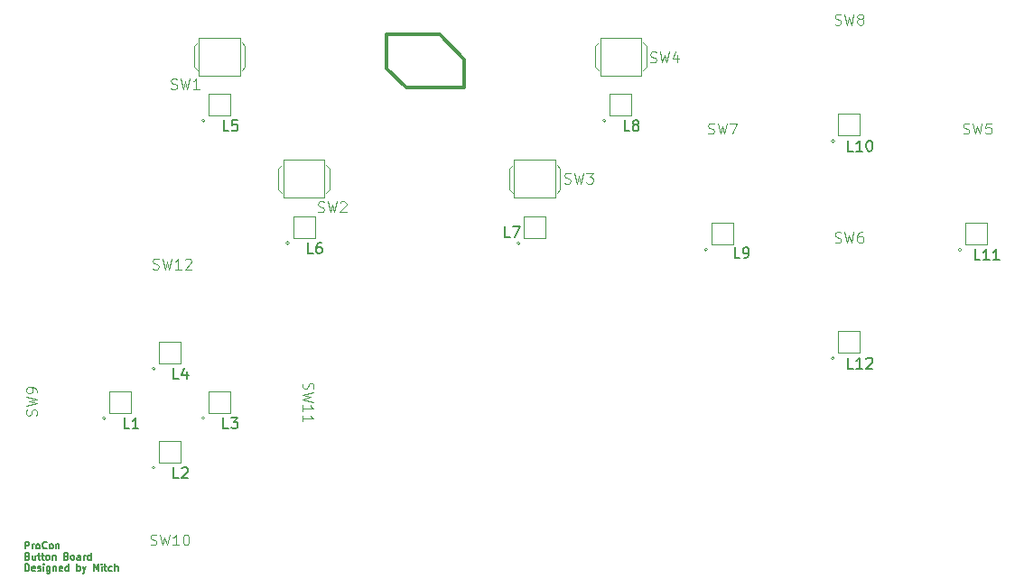
<source format=gbr>
G04 #@! TF.GenerationSoftware,KiCad,Pcbnew,7.0.6*
G04 #@! TF.CreationDate,2023-12-22T13:42:26-08:00*
G04 #@! TF.ProjectId,procon_button_board,70726f63-6f6e-45f6-9275-74746f6e5f62,rev?*
G04 #@! TF.SameCoordinates,Original*
G04 #@! TF.FileFunction,Legend,Top*
G04 #@! TF.FilePolarity,Positive*
%FSLAX46Y46*%
G04 Gerber Fmt 4.6, Leading zero omitted, Abs format (unit mm)*
G04 Created by KiCad (PCBNEW 7.0.6) date 2023-12-22 13:42:26*
%MOMM*%
%LPD*%
G01*
G04 APERTURE LIST*
%ADD10C,0.150000*%
%ADD11C,0.100000*%
%ADD12C,0.120000*%
%ADD13C,0.350000*%
G04 APERTURE END LIST*
D10*
X105917445Y-164189652D02*
X105917445Y-163539652D01*
X105917445Y-163539652D02*
X106165064Y-163539652D01*
X106165064Y-163539652D02*
X106226969Y-163570604D01*
X106226969Y-163570604D02*
X106257922Y-163601557D01*
X106257922Y-163601557D02*
X106288874Y-163663461D01*
X106288874Y-163663461D02*
X106288874Y-163756319D01*
X106288874Y-163756319D02*
X106257922Y-163818223D01*
X106257922Y-163818223D02*
X106226969Y-163849176D01*
X106226969Y-163849176D02*
X106165064Y-163880128D01*
X106165064Y-163880128D02*
X105917445Y-163880128D01*
X106567445Y-164189652D02*
X106567445Y-163756319D01*
X106567445Y-163880128D02*
X106598398Y-163818223D01*
X106598398Y-163818223D02*
X106629350Y-163787271D01*
X106629350Y-163787271D02*
X106691255Y-163756319D01*
X106691255Y-163756319D02*
X106753160Y-163756319D01*
X107062684Y-164189652D02*
X107000779Y-164158700D01*
X107000779Y-164158700D02*
X106969826Y-164127747D01*
X106969826Y-164127747D02*
X106938874Y-164065842D01*
X106938874Y-164065842D02*
X106938874Y-163880128D01*
X106938874Y-163880128D02*
X106969826Y-163818223D01*
X106969826Y-163818223D02*
X107000779Y-163787271D01*
X107000779Y-163787271D02*
X107062684Y-163756319D01*
X107062684Y-163756319D02*
X107155541Y-163756319D01*
X107155541Y-163756319D02*
X107217445Y-163787271D01*
X107217445Y-163787271D02*
X107248398Y-163818223D01*
X107248398Y-163818223D02*
X107279350Y-163880128D01*
X107279350Y-163880128D02*
X107279350Y-164065842D01*
X107279350Y-164065842D02*
X107248398Y-164127747D01*
X107248398Y-164127747D02*
X107217445Y-164158700D01*
X107217445Y-164158700D02*
X107155541Y-164189652D01*
X107155541Y-164189652D02*
X107062684Y-164189652D01*
X107929350Y-164127747D02*
X107898398Y-164158700D01*
X107898398Y-164158700D02*
X107805540Y-164189652D01*
X107805540Y-164189652D02*
X107743636Y-164189652D01*
X107743636Y-164189652D02*
X107650779Y-164158700D01*
X107650779Y-164158700D02*
X107588874Y-164096795D01*
X107588874Y-164096795D02*
X107557921Y-164034890D01*
X107557921Y-164034890D02*
X107526969Y-163911080D01*
X107526969Y-163911080D02*
X107526969Y-163818223D01*
X107526969Y-163818223D02*
X107557921Y-163694414D01*
X107557921Y-163694414D02*
X107588874Y-163632509D01*
X107588874Y-163632509D02*
X107650779Y-163570604D01*
X107650779Y-163570604D02*
X107743636Y-163539652D01*
X107743636Y-163539652D02*
X107805540Y-163539652D01*
X107805540Y-163539652D02*
X107898398Y-163570604D01*
X107898398Y-163570604D02*
X107929350Y-163601557D01*
X108300779Y-164189652D02*
X108238874Y-164158700D01*
X108238874Y-164158700D02*
X108207921Y-164127747D01*
X108207921Y-164127747D02*
X108176969Y-164065842D01*
X108176969Y-164065842D02*
X108176969Y-163880128D01*
X108176969Y-163880128D02*
X108207921Y-163818223D01*
X108207921Y-163818223D02*
X108238874Y-163787271D01*
X108238874Y-163787271D02*
X108300779Y-163756319D01*
X108300779Y-163756319D02*
X108393636Y-163756319D01*
X108393636Y-163756319D02*
X108455540Y-163787271D01*
X108455540Y-163787271D02*
X108486493Y-163818223D01*
X108486493Y-163818223D02*
X108517445Y-163880128D01*
X108517445Y-163880128D02*
X108517445Y-164065842D01*
X108517445Y-164065842D02*
X108486493Y-164127747D01*
X108486493Y-164127747D02*
X108455540Y-164158700D01*
X108455540Y-164158700D02*
X108393636Y-164189652D01*
X108393636Y-164189652D02*
X108300779Y-164189652D01*
X108796016Y-163756319D02*
X108796016Y-164189652D01*
X108796016Y-163818223D02*
X108826969Y-163787271D01*
X108826969Y-163787271D02*
X108888874Y-163756319D01*
X108888874Y-163756319D02*
X108981731Y-163756319D01*
X108981731Y-163756319D02*
X109043635Y-163787271D01*
X109043635Y-163787271D02*
X109074588Y-163849176D01*
X109074588Y-163849176D02*
X109074588Y-164189652D01*
X106134112Y-164895676D02*
X106226969Y-164926628D01*
X106226969Y-164926628D02*
X106257922Y-164957580D01*
X106257922Y-164957580D02*
X106288874Y-165019485D01*
X106288874Y-165019485D02*
X106288874Y-165112342D01*
X106288874Y-165112342D02*
X106257922Y-165174247D01*
X106257922Y-165174247D02*
X106226969Y-165205200D01*
X106226969Y-165205200D02*
X106165064Y-165236152D01*
X106165064Y-165236152D02*
X105917445Y-165236152D01*
X105917445Y-165236152D02*
X105917445Y-164586152D01*
X105917445Y-164586152D02*
X106134112Y-164586152D01*
X106134112Y-164586152D02*
X106196017Y-164617104D01*
X106196017Y-164617104D02*
X106226969Y-164648057D01*
X106226969Y-164648057D02*
X106257922Y-164709961D01*
X106257922Y-164709961D02*
X106257922Y-164771866D01*
X106257922Y-164771866D02*
X106226969Y-164833771D01*
X106226969Y-164833771D02*
X106196017Y-164864723D01*
X106196017Y-164864723D02*
X106134112Y-164895676D01*
X106134112Y-164895676D02*
X105917445Y-164895676D01*
X106846017Y-164802819D02*
X106846017Y-165236152D01*
X106567445Y-164802819D02*
X106567445Y-165143295D01*
X106567445Y-165143295D02*
X106598398Y-165205200D01*
X106598398Y-165205200D02*
X106660303Y-165236152D01*
X106660303Y-165236152D02*
X106753160Y-165236152D01*
X106753160Y-165236152D02*
X106815064Y-165205200D01*
X106815064Y-165205200D02*
X106846017Y-165174247D01*
X107062683Y-164802819D02*
X107310302Y-164802819D01*
X107155540Y-164586152D02*
X107155540Y-165143295D01*
X107155540Y-165143295D02*
X107186493Y-165205200D01*
X107186493Y-165205200D02*
X107248398Y-165236152D01*
X107248398Y-165236152D02*
X107310302Y-165236152D01*
X107434112Y-164802819D02*
X107681731Y-164802819D01*
X107526969Y-164586152D02*
X107526969Y-165143295D01*
X107526969Y-165143295D02*
X107557922Y-165205200D01*
X107557922Y-165205200D02*
X107619827Y-165236152D01*
X107619827Y-165236152D02*
X107681731Y-165236152D01*
X107991256Y-165236152D02*
X107929351Y-165205200D01*
X107929351Y-165205200D02*
X107898398Y-165174247D01*
X107898398Y-165174247D02*
X107867446Y-165112342D01*
X107867446Y-165112342D02*
X107867446Y-164926628D01*
X107867446Y-164926628D02*
X107898398Y-164864723D01*
X107898398Y-164864723D02*
X107929351Y-164833771D01*
X107929351Y-164833771D02*
X107991256Y-164802819D01*
X107991256Y-164802819D02*
X108084113Y-164802819D01*
X108084113Y-164802819D02*
X108146017Y-164833771D01*
X108146017Y-164833771D02*
X108176970Y-164864723D01*
X108176970Y-164864723D02*
X108207922Y-164926628D01*
X108207922Y-164926628D02*
X108207922Y-165112342D01*
X108207922Y-165112342D02*
X108176970Y-165174247D01*
X108176970Y-165174247D02*
X108146017Y-165205200D01*
X108146017Y-165205200D02*
X108084113Y-165236152D01*
X108084113Y-165236152D02*
X107991256Y-165236152D01*
X108486493Y-164802819D02*
X108486493Y-165236152D01*
X108486493Y-164864723D02*
X108517446Y-164833771D01*
X108517446Y-164833771D02*
X108579351Y-164802819D01*
X108579351Y-164802819D02*
X108672208Y-164802819D01*
X108672208Y-164802819D02*
X108734112Y-164833771D01*
X108734112Y-164833771D02*
X108765065Y-164895676D01*
X108765065Y-164895676D02*
X108765065Y-165236152D01*
X109786493Y-164895676D02*
X109879350Y-164926628D01*
X109879350Y-164926628D02*
X109910303Y-164957580D01*
X109910303Y-164957580D02*
X109941255Y-165019485D01*
X109941255Y-165019485D02*
X109941255Y-165112342D01*
X109941255Y-165112342D02*
X109910303Y-165174247D01*
X109910303Y-165174247D02*
X109879350Y-165205200D01*
X109879350Y-165205200D02*
X109817445Y-165236152D01*
X109817445Y-165236152D02*
X109569826Y-165236152D01*
X109569826Y-165236152D02*
X109569826Y-164586152D01*
X109569826Y-164586152D02*
X109786493Y-164586152D01*
X109786493Y-164586152D02*
X109848398Y-164617104D01*
X109848398Y-164617104D02*
X109879350Y-164648057D01*
X109879350Y-164648057D02*
X109910303Y-164709961D01*
X109910303Y-164709961D02*
X109910303Y-164771866D01*
X109910303Y-164771866D02*
X109879350Y-164833771D01*
X109879350Y-164833771D02*
X109848398Y-164864723D01*
X109848398Y-164864723D02*
X109786493Y-164895676D01*
X109786493Y-164895676D02*
X109569826Y-164895676D01*
X110312684Y-165236152D02*
X110250779Y-165205200D01*
X110250779Y-165205200D02*
X110219826Y-165174247D01*
X110219826Y-165174247D02*
X110188874Y-165112342D01*
X110188874Y-165112342D02*
X110188874Y-164926628D01*
X110188874Y-164926628D02*
X110219826Y-164864723D01*
X110219826Y-164864723D02*
X110250779Y-164833771D01*
X110250779Y-164833771D02*
X110312684Y-164802819D01*
X110312684Y-164802819D02*
X110405541Y-164802819D01*
X110405541Y-164802819D02*
X110467445Y-164833771D01*
X110467445Y-164833771D02*
X110498398Y-164864723D01*
X110498398Y-164864723D02*
X110529350Y-164926628D01*
X110529350Y-164926628D02*
X110529350Y-165112342D01*
X110529350Y-165112342D02*
X110498398Y-165174247D01*
X110498398Y-165174247D02*
X110467445Y-165205200D01*
X110467445Y-165205200D02*
X110405541Y-165236152D01*
X110405541Y-165236152D02*
X110312684Y-165236152D01*
X111086493Y-165236152D02*
X111086493Y-164895676D01*
X111086493Y-164895676D02*
X111055540Y-164833771D01*
X111055540Y-164833771D02*
X110993636Y-164802819D01*
X110993636Y-164802819D02*
X110869826Y-164802819D01*
X110869826Y-164802819D02*
X110807921Y-164833771D01*
X111086493Y-165205200D02*
X111024588Y-165236152D01*
X111024588Y-165236152D02*
X110869826Y-165236152D01*
X110869826Y-165236152D02*
X110807921Y-165205200D01*
X110807921Y-165205200D02*
X110776969Y-165143295D01*
X110776969Y-165143295D02*
X110776969Y-165081390D01*
X110776969Y-165081390D02*
X110807921Y-165019485D01*
X110807921Y-165019485D02*
X110869826Y-164988533D01*
X110869826Y-164988533D02*
X111024588Y-164988533D01*
X111024588Y-164988533D02*
X111086493Y-164957580D01*
X111396016Y-165236152D02*
X111396016Y-164802819D01*
X111396016Y-164926628D02*
X111426969Y-164864723D01*
X111426969Y-164864723D02*
X111457921Y-164833771D01*
X111457921Y-164833771D02*
X111519826Y-164802819D01*
X111519826Y-164802819D02*
X111581731Y-164802819D01*
X112076969Y-165236152D02*
X112076969Y-164586152D01*
X112076969Y-165205200D02*
X112015064Y-165236152D01*
X112015064Y-165236152D02*
X111891255Y-165236152D01*
X111891255Y-165236152D02*
X111829350Y-165205200D01*
X111829350Y-165205200D02*
X111798397Y-165174247D01*
X111798397Y-165174247D02*
X111767445Y-165112342D01*
X111767445Y-165112342D02*
X111767445Y-164926628D01*
X111767445Y-164926628D02*
X111798397Y-164864723D01*
X111798397Y-164864723D02*
X111829350Y-164833771D01*
X111829350Y-164833771D02*
X111891255Y-164802819D01*
X111891255Y-164802819D02*
X112015064Y-164802819D01*
X112015064Y-164802819D02*
X112076969Y-164833771D01*
X105917445Y-166282652D02*
X105917445Y-165632652D01*
X105917445Y-165632652D02*
X106072207Y-165632652D01*
X106072207Y-165632652D02*
X106165064Y-165663604D01*
X106165064Y-165663604D02*
X106226969Y-165725509D01*
X106226969Y-165725509D02*
X106257922Y-165787414D01*
X106257922Y-165787414D02*
X106288874Y-165911223D01*
X106288874Y-165911223D02*
X106288874Y-166004080D01*
X106288874Y-166004080D02*
X106257922Y-166127890D01*
X106257922Y-166127890D02*
X106226969Y-166189795D01*
X106226969Y-166189795D02*
X106165064Y-166251700D01*
X106165064Y-166251700D02*
X106072207Y-166282652D01*
X106072207Y-166282652D02*
X105917445Y-166282652D01*
X106815064Y-166251700D02*
X106753160Y-166282652D01*
X106753160Y-166282652D02*
X106629350Y-166282652D01*
X106629350Y-166282652D02*
X106567445Y-166251700D01*
X106567445Y-166251700D02*
X106536493Y-166189795D01*
X106536493Y-166189795D02*
X106536493Y-165942176D01*
X106536493Y-165942176D02*
X106567445Y-165880271D01*
X106567445Y-165880271D02*
X106629350Y-165849319D01*
X106629350Y-165849319D02*
X106753160Y-165849319D01*
X106753160Y-165849319D02*
X106815064Y-165880271D01*
X106815064Y-165880271D02*
X106846017Y-165942176D01*
X106846017Y-165942176D02*
X106846017Y-166004080D01*
X106846017Y-166004080D02*
X106536493Y-166065985D01*
X107093636Y-166251700D02*
X107155541Y-166282652D01*
X107155541Y-166282652D02*
X107279350Y-166282652D01*
X107279350Y-166282652D02*
X107341255Y-166251700D01*
X107341255Y-166251700D02*
X107372207Y-166189795D01*
X107372207Y-166189795D02*
X107372207Y-166158842D01*
X107372207Y-166158842D02*
X107341255Y-166096938D01*
X107341255Y-166096938D02*
X107279350Y-166065985D01*
X107279350Y-166065985D02*
X107186493Y-166065985D01*
X107186493Y-166065985D02*
X107124588Y-166035033D01*
X107124588Y-166035033D02*
X107093636Y-165973128D01*
X107093636Y-165973128D02*
X107093636Y-165942176D01*
X107093636Y-165942176D02*
X107124588Y-165880271D01*
X107124588Y-165880271D02*
X107186493Y-165849319D01*
X107186493Y-165849319D02*
X107279350Y-165849319D01*
X107279350Y-165849319D02*
X107341255Y-165880271D01*
X107650778Y-166282652D02*
X107650778Y-165849319D01*
X107650778Y-165632652D02*
X107619826Y-165663604D01*
X107619826Y-165663604D02*
X107650778Y-165694557D01*
X107650778Y-165694557D02*
X107681731Y-165663604D01*
X107681731Y-165663604D02*
X107650778Y-165632652D01*
X107650778Y-165632652D02*
X107650778Y-165694557D01*
X108238874Y-165849319D02*
X108238874Y-166375509D01*
X108238874Y-166375509D02*
X108207921Y-166437414D01*
X108207921Y-166437414D02*
X108176969Y-166468366D01*
X108176969Y-166468366D02*
X108115064Y-166499319D01*
X108115064Y-166499319D02*
X108022207Y-166499319D01*
X108022207Y-166499319D02*
X107960302Y-166468366D01*
X108238874Y-166251700D02*
X108176969Y-166282652D01*
X108176969Y-166282652D02*
X108053160Y-166282652D01*
X108053160Y-166282652D02*
X107991255Y-166251700D01*
X107991255Y-166251700D02*
X107960302Y-166220747D01*
X107960302Y-166220747D02*
X107929350Y-166158842D01*
X107929350Y-166158842D02*
X107929350Y-165973128D01*
X107929350Y-165973128D02*
X107960302Y-165911223D01*
X107960302Y-165911223D02*
X107991255Y-165880271D01*
X107991255Y-165880271D02*
X108053160Y-165849319D01*
X108053160Y-165849319D02*
X108176969Y-165849319D01*
X108176969Y-165849319D02*
X108238874Y-165880271D01*
X108548397Y-165849319D02*
X108548397Y-166282652D01*
X108548397Y-165911223D02*
X108579350Y-165880271D01*
X108579350Y-165880271D02*
X108641255Y-165849319D01*
X108641255Y-165849319D02*
X108734112Y-165849319D01*
X108734112Y-165849319D02*
X108796016Y-165880271D01*
X108796016Y-165880271D02*
X108826969Y-165942176D01*
X108826969Y-165942176D02*
X108826969Y-166282652D01*
X109384111Y-166251700D02*
X109322207Y-166282652D01*
X109322207Y-166282652D02*
X109198397Y-166282652D01*
X109198397Y-166282652D02*
X109136492Y-166251700D01*
X109136492Y-166251700D02*
X109105540Y-166189795D01*
X109105540Y-166189795D02*
X109105540Y-165942176D01*
X109105540Y-165942176D02*
X109136492Y-165880271D01*
X109136492Y-165880271D02*
X109198397Y-165849319D01*
X109198397Y-165849319D02*
X109322207Y-165849319D01*
X109322207Y-165849319D02*
X109384111Y-165880271D01*
X109384111Y-165880271D02*
X109415064Y-165942176D01*
X109415064Y-165942176D02*
X109415064Y-166004080D01*
X109415064Y-166004080D02*
X109105540Y-166065985D01*
X109972207Y-166282652D02*
X109972207Y-165632652D01*
X109972207Y-166251700D02*
X109910302Y-166282652D01*
X109910302Y-166282652D02*
X109786493Y-166282652D01*
X109786493Y-166282652D02*
X109724588Y-166251700D01*
X109724588Y-166251700D02*
X109693635Y-166220747D01*
X109693635Y-166220747D02*
X109662683Y-166158842D01*
X109662683Y-166158842D02*
X109662683Y-165973128D01*
X109662683Y-165973128D02*
X109693635Y-165911223D01*
X109693635Y-165911223D02*
X109724588Y-165880271D01*
X109724588Y-165880271D02*
X109786493Y-165849319D01*
X109786493Y-165849319D02*
X109910302Y-165849319D01*
X109910302Y-165849319D02*
X109972207Y-165880271D01*
X110776968Y-166282652D02*
X110776968Y-165632652D01*
X110776968Y-165880271D02*
X110838873Y-165849319D01*
X110838873Y-165849319D02*
X110962683Y-165849319D01*
X110962683Y-165849319D02*
X111024587Y-165880271D01*
X111024587Y-165880271D02*
X111055540Y-165911223D01*
X111055540Y-165911223D02*
X111086492Y-165973128D01*
X111086492Y-165973128D02*
X111086492Y-166158842D01*
X111086492Y-166158842D02*
X111055540Y-166220747D01*
X111055540Y-166220747D02*
X111024587Y-166251700D01*
X111024587Y-166251700D02*
X110962683Y-166282652D01*
X110962683Y-166282652D02*
X110838873Y-166282652D01*
X110838873Y-166282652D02*
X110776968Y-166251700D01*
X111303159Y-165849319D02*
X111457921Y-166282652D01*
X111612682Y-165849319D02*
X111457921Y-166282652D01*
X111457921Y-166282652D02*
X111396016Y-166437414D01*
X111396016Y-166437414D02*
X111365063Y-166468366D01*
X111365063Y-166468366D02*
X111303159Y-166499319D01*
X112355539Y-166282652D02*
X112355539Y-165632652D01*
X112355539Y-165632652D02*
X112572206Y-166096938D01*
X112572206Y-166096938D02*
X112788873Y-165632652D01*
X112788873Y-165632652D02*
X112788873Y-166282652D01*
X113098396Y-166282652D02*
X113098396Y-165849319D01*
X113098396Y-165632652D02*
X113067444Y-165663604D01*
X113067444Y-165663604D02*
X113098396Y-165694557D01*
X113098396Y-165694557D02*
X113129349Y-165663604D01*
X113129349Y-165663604D02*
X113098396Y-165632652D01*
X113098396Y-165632652D02*
X113098396Y-165694557D01*
X113315063Y-165849319D02*
X113562682Y-165849319D01*
X113407920Y-165632652D02*
X113407920Y-166189795D01*
X113407920Y-166189795D02*
X113438873Y-166251700D01*
X113438873Y-166251700D02*
X113500778Y-166282652D01*
X113500778Y-166282652D02*
X113562682Y-166282652D01*
X114057921Y-166251700D02*
X113996016Y-166282652D01*
X113996016Y-166282652D02*
X113872207Y-166282652D01*
X113872207Y-166282652D02*
X113810302Y-166251700D01*
X113810302Y-166251700D02*
X113779349Y-166220747D01*
X113779349Y-166220747D02*
X113748397Y-166158842D01*
X113748397Y-166158842D02*
X113748397Y-165973128D01*
X113748397Y-165973128D02*
X113779349Y-165911223D01*
X113779349Y-165911223D02*
X113810302Y-165880271D01*
X113810302Y-165880271D02*
X113872207Y-165849319D01*
X113872207Y-165849319D02*
X113996016Y-165849319D01*
X113996016Y-165849319D02*
X114057921Y-165880271D01*
X114336492Y-166282652D02*
X114336492Y-165632652D01*
X114615064Y-166282652D02*
X114615064Y-165942176D01*
X114615064Y-165942176D02*
X114584111Y-165880271D01*
X114584111Y-165880271D02*
X114522207Y-165849319D01*
X114522207Y-165849319D02*
X114429350Y-165849319D01*
X114429350Y-165849319D02*
X114367445Y-165880271D01*
X114367445Y-165880271D02*
X114336492Y-165911223D01*
D11*
X164510667Y-118503800D02*
X164653524Y-118551419D01*
X164653524Y-118551419D02*
X164891619Y-118551419D01*
X164891619Y-118551419D02*
X164986857Y-118503800D01*
X164986857Y-118503800D02*
X165034476Y-118456180D01*
X165034476Y-118456180D02*
X165082095Y-118360942D01*
X165082095Y-118360942D02*
X165082095Y-118265704D01*
X165082095Y-118265704D02*
X165034476Y-118170466D01*
X165034476Y-118170466D02*
X164986857Y-118122847D01*
X164986857Y-118122847D02*
X164891619Y-118075228D01*
X164891619Y-118075228D02*
X164701143Y-118027609D01*
X164701143Y-118027609D02*
X164605905Y-117979990D01*
X164605905Y-117979990D02*
X164558286Y-117932371D01*
X164558286Y-117932371D02*
X164510667Y-117837133D01*
X164510667Y-117837133D02*
X164510667Y-117741895D01*
X164510667Y-117741895D02*
X164558286Y-117646657D01*
X164558286Y-117646657D02*
X164605905Y-117599038D01*
X164605905Y-117599038D02*
X164701143Y-117551419D01*
X164701143Y-117551419D02*
X164939238Y-117551419D01*
X164939238Y-117551419D02*
X165082095Y-117599038D01*
X165415429Y-117551419D02*
X165653524Y-118551419D01*
X165653524Y-118551419D02*
X165844000Y-117837133D01*
X165844000Y-117837133D02*
X166034476Y-118551419D01*
X166034476Y-118551419D02*
X166272572Y-117551419D01*
X167082095Y-117884752D02*
X167082095Y-118551419D01*
X166844000Y-117503800D02*
X166605905Y-118218085D01*
X166605905Y-118218085D02*
X167224952Y-118218085D01*
X133360667Y-132553800D02*
X133503524Y-132601419D01*
X133503524Y-132601419D02*
X133741619Y-132601419D01*
X133741619Y-132601419D02*
X133836857Y-132553800D01*
X133836857Y-132553800D02*
X133884476Y-132506180D01*
X133884476Y-132506180D02*
X133932095Y-132410942D01*
X133932095Y-132410942D02*
X133932095Y-132315704D01*
X133932095Y-132315704D02*
X133884476Y-132220466D01*
X133884476Y-132220466D02*
X133836857Y-132172847D01*
X133836857Y-132172847D02*
X133741619Y-132125228D01*
X133741619Y-132125228D02*
X133551143Y-132077609D01*
X133551143Y-132077609D02*
X133455905Y-132029990D01*
X133455905Y-132029990D02*
X133408286Y-131982371D01*
X133408286Y-131982371D02*
X133360667Y-131887133D01*
X133360667Y-131887133D02*
X133360667Y-131791895D01*
X133360667Y-131791895D02*
X133408286Y-131696657D01*
X133408286Y-131696657D02*
X133455905Y-131649038D01*
X133455905Y-131649038D02*
X133551143Y-131601419D01*
X133551143Y-131601419D02*
X133789238Y-131601419D01*
X133789238Y-131601419D02*
X133932095Y-131649038D01*
X134265429Y-131601419D02*
X134503524Y-132601419D01*
X134503524Y-132601419D02*
X134694000Y-131887133D01*
X134694000Y-131887133D02*
X134884476Y-132601419D01*
X134884476Y-132601419D02*
X135122572Y-131601419D01*
X135455905Y-131696657D02*
X135503524Y-131649038D01*
X135503524Y-131649038D02*
X135598762Y-131601419D01*
X135598762Y-131601419D02*
X135836857Y-131601419D01*
X135836857Y-131601419D02*
X135932095Y-131649038D01*
X135932095Y-131649038D02*
X135979714Y-131696657D01*
X135979714Y-131696657D02*
X136027333Y-131791895D01*
X136027333Y-131791895D02*
X136027333Y-131887133D01*
X136027333Y-131887133D02*
X135979714Y-132029990D01*
X135979714Y-132029990D02*
X135408286Y-132601419D01*
X135408286Y-132601419D02*
X136027333Y-132601419D01*
D10*
X132897333Y-136472819D02*
X132421143Y-136472819D01*
X132421143Y-136472819D02*
X132421143Y-135472819D01*
X133659238Y-135472819D02*
X133468762Y-135472819D01*
X133468762Y-135472819D02*
X133373524Y-135520438D01*
X133373524Y-135520438D02*
X133325905Y-135568057D01*
X133325905Y-135568057D02*
X133230667Y-135710914D01*
X133230667Y-135710914D02*
X133183048Y-135901390D01*
X133183048Y-135901390D02*
X133183048Y-136282342D01*
X133183048Y-136282342D02*
X133230667Y-136377580D01*
X133230667Y-136377580D02*
X133278286Y-136425200D01*
X133278286Y-136425200D02*
X133373524Y-136472819D01*
X133373524Y-136472819D02*
X133564000Y-136472819D01*
X133564000Y-136472819D02*
X133659238Y-136425200D01*
X133659238Y-136425200D02*
X133706857Y-136377580D01*
X133706857Y-136377580D02*
X133754476Y-136282342D01*
X133754476Y-136282342D02*
X133754476Y-136044247D01*
X133754476Y-136044247D02*
X133706857Y-135949009D01*
X133706857Y-135949009D02*
X133659238Y-135901390D01*
X133659238Y-135901390D02*
X133564000Y-135853771D01*
X133564000Y-135853771D02*
X133373524Y-135853771D01*
X133373524Y-135853771D02*
X133278286Y-135901390D01*
X133278286Y-135901390D02*
X133230667Y-135949009D01*
X133230667Y-135949009D02*
X133183048Y-136044247D01*
D11*
X119585667Y-121003800D02*
X119728524Y-121051419D01*
X119728524Y-121051419D02*
X119966619Y-121051419D01*
X119966619Y-121051419D02*
X120061857Y-121003800D01*
X120061857Y-121003800D02*
X120109476Y-120956180D01*
X120109476Y-120956180D02*
X120157095Y-120860942D01*
X120157095Y-120860942D02*
X120157095Y-120765704D01*
X120157095Y-120765704D02*
X120109476Y-120670466D01*
X120109476Y-120670466D02*
X120061857Y-120622847D01*
X120061857Y-120622847D02*
X119966619Y-120575228D01*
X119966619Y-120575228D02*
X119776143Y-120527609D01*
X119776143Y-120527609D02*
X119680905Y-120479990D01*
X119680905Y-120479990D02*
X119633286Y-120432371D01*
X119633286Y-120432371D02*
X119585667Y-120337133D01*
X119585667Y-120337133D02*
X119585667Y-120241895D01*
X119585667Y-120241895D02*
X119633286Y-120146657D01*
X119633286Y-120146657D02*
X119680905Y-120099038D01*
X119680905Y-120099038D02*
X119776143Y-120051419D01*
X119776143Y-120051419D02*
X120014238Y-120051419D01*
X120014238Y-120051419D02*
X120157095Y-120099038D01*
X120490429Y-120051419D02*
X120728524Y-121051419D01*
X120728524Y-121051419D02*
X120919000Y-120337133D01*
X120919000Y-120337133D02*
X121109476Y-121051419D01*
X121109476Y-121051419D02*
X121347572Y-120051419D01*
X122252333Y-121051419D02*
X121680905Y-121051419D01*
X121966619Y-121051419D02*
X121966619Y-120051419D01*
X121966619Y-120051419D02*
X121871381Y-120194276D01*
X121871381Y-120194276D02*
X121776143Y-120289514D01*
X121776143Y-120289514D02*
X121680905Y-120337133D01*
D10*
X120327333Y-148257819D02*
X119851143Y-148257819D01*
X119851143Y-148257819D02*
X119851143Y-147257819D01*
X121089238Y-147591152D02*
X121089238Y-148257819D01*
X120851143Y-147210200D02*
X120613048Y-147924485D01*
X120613048Y-147924485D02*
X121232095Y-147924485D01*
X120327333Y-157557819D02*
X119851143Y-157557819D01*
X119851143Y-157557819D02*
X119851143Y-156557819D01*
X120613048Y-156653057D02*
X120660667Y-156605438D01*
X120660667Y-156605438D02*
X120755905Y-156557819D01*
X120755905Y-156557819D02*
X120994000Y-156557819D01*
X120994000Y-156557819D02*
X121089238Y-156605438D01*
X121089238Y-156605438D02*
X121136857Y-156653057D01*
X121136857Y-156653057D02*
X121184476Y-156748295D01*
X121184476Y-156748295D02*
X121184476Y-156843533D01*
X121184476Y-156843533D02*
X121136857Y-156986390D01*
X121136857Y-156986390D02*
X120565429Y-157557819D01*
X120565429Y-157557819D02*
X121184476Y-157557819D01*
X183551142Y-147282819D02*
X183074952Y-147282819D01*
X183074952Y-147282819D02*
X183074952Y-146282819D01*
X184408285Y-147282819D02*
X183836857Y-147282819D01*
X184122571Y-147282819D02*
X184122571Y-146282819D01*
X184122571Y-146282819D02*
X184027333Y-146425676D01*
X184027333Y-146425676D02*
X183932095Y-146520914D01*
X183932095Y-146520914D02*
X183836857Y-146568533D01*
X184789238Y-146378057D02*
X184836857Y-146330438D01*
X184836857Y-146330438D02*
X184932095Y-146282819D01*
X184932095Y-146282819D02*
X185170190Y-146282819D01*
X185170190Y-146282819D02*
X185265428Y-146330438D01*
X185265428Y-146330438D02*
X185313047Y-146378057D01*
X185313047Y-146378057D02*
X185360666Y-146473295D01*
X185360666Y-146473295D02*
X185360666Y-146568533D01*
X185360666Y-146568533D02*
X185313047Y-146711390D01*
X185313047Y-146711390D02*
X184741619Y-147282819D01*
X184741619Y-147282819D02*
X185360666Y-147282819D01*
X124997333Y-124972819D02*
X124521143Y-124972819D01*
X124521143Y-124972819D02*
X124521143Y-123972819D01*
X125806857Y-123972819D02*
X125330667Y-123972819D01*
X125330667Y-123972819D02*
X125283048Y-124449009D01*
X125283048Y-124449009D02*
X125330667Y-124401390D01*
X125330667Y-124401390D02*
X125425905Y-124353771D01*
X125425905Y-124353771D02*
X125664000Y-124353771D01*
X125664000Y-124353771D02*
X125759238Y-124401390D01*
X125759238Y-124401390D02*
X125806857Y-124449009D01*
X125806857Y-124449009D02*
X125854476Y-124544247D01*
X125854476Y-124544247D02*
X125854476Y-124782342D01*
X125854476Y-124782342D02*
X125806857Y-124877580D01*
X125806857Y-124877580D02*
X125759238Y-124925200D01*
X125759238Y-124925200D02*
X125664000Y-124972819D01*
X125664000Y-124972819D02*
X125425905Y-124972819D01*
X125425905Y-124972819D02*
X125330667Y-124925200D01*
X125330667Y-124925200D02*
X125283048Y-124877580D01*
X172927333Y-136898819D02*
X172451143Y-136898819D01*
X172451143Y-136898819D02*
X172451143Y-135898819D01*
X173308286Y-136898819D02*
X173498762Y-136898819D01*
X173498762Y-136898819D02*
X173594000Y-136851200D01*
X173594000Y-136851200D02*
X173641619Y-136803580D01*
X173641619Y-136803580D02*
X173736857Y-136660723D01*
X173736857Y-136660723D02*
X173784476Y-136470247D01*
X173784476Y-136470247D02*
X173784476Y-136089295D01*
X173784476Y-136089295D02*
X173736857Y-135994057D01*
X173736857Y-135994057D02*
X173689238Y-135946438D01*
X173689238Y-135946438D02*
X173594000Y-135898819D01*
X173594000Y-135898819D02*
X173403524Y-135898819D01*
X173403524Y-135898819D02*
X173308286Y-135946438D01*
X173308286Y-135946438D02*
X173260667Y-135994057D01*
X173260667Y-135994057D02*
X173213048Y-136089295D01*
X173213048Y-136089295D02*
X173213048Y-136327390D01*
X173213048Y-136327390D02*
X173260667Y-136422628D01*
X173260667Y-136422628D02*
X173308286Y-136470247D01*
X173308286Y-136470247D02*
X173403524Y-136517866D01*
X173403524Y-136517866D02*
X173594000Y-136517866D01*
X173594000Y-136517866D02*
X173689238Y-136470247D01*
X173689238Y-136470247D02*
X173736857Y-136422628D01*
X173736857Y-136422628D02*
X173784476Y-136327390D01*
D11*
X117668476Y-163820840D02*
X117811333Y-163868459D01*
X117811333Y-163868459D02*
X118049428Y-163868459D01*
X118049428Y-163868459D02*
X118144666Y-163820840D01*
X118144666Y-163820840D02*
X118192285Y-163773220D01*
X118192285Y-163773220D02*
X118239904Y-163677982D01*
X118239904Y-163677982D02*
X118239904Y-163582744D01*
X118239904Y-163582744D02*
X118192285Y-163487506D01*
X118192285Y-163487506D02*
X118144666Y-163439887D01*
X118144666Y-163439887D02*
X118049428Y-163392268D01*
X118049428Y-163392268D02*
X117858952Y-163344649D01*
X117858952Y-163344649D02*
X117763714Y-163297030D01*
X117763714Y-163297030D02*
X117716095Y-163249411D01*
X117716095Y-163249411D02*
X117668476Y-163154173D01*
X117668476Y-163154173D02*
X117668476Y-163058935D01*
X117668476Y-163058935D02*
X117716095Y-162963697D01*
X117716095Y-162963697D02*
X117763714Y-162916078D01*
X117763714Y-162916078D02*
X117858952Y-162868459D01*
X117858952Y-162868459D02*
X118097047Y-162868459D01*
X118097047Y-162868459D02*
X118239904Y-162916078D01*
X118573238Y-162868459D02*
X118811333Y-163868459D01*
X118811333Y-163868459D02*
X119001809Y-163154173D01*
X119001809Y-163154173D02*
X119192285Y-163868459D01*
X119192285Y-163868459D02*
X119430381Y-162868459D01*
X120335142Y-163868459D02*
X119763714Y-163868459D01*
X120049428Y-163868459D02*
X120049428Y-162868459D01*
X120049428Y-162868459D02*
X119954190Y-163011316D01*
X119954190Y-163011316D02*
X119858952Y-163106554D01*
X119858952Y-163106554D02*
X119763714Y-163154173D01*
X120954190Y-162868459D02*
X121049428Y-162868459D01*
X121049428Y-162868459D02*
X121144666Y-162916078D01*
X121144666Y-162916078D02*
X121192285Y-162963697D01*
X121192285Y-162963697D02*
X121239904Y-163058935D01*
X121239904Y-163058935D02*
X121287523Y-163249411D01*
X121287523Y-163249411D02*
X121287523Y-163487506D01*
X121287523Y-163487506D02*
X121239904Y-163677982D01*
X121239904Y-163677982D02*
X121192285Y-163773220D01*
X121192285Y-163773220D02*
X121144666Y-163820840D01*
X121144666Y-163820840D02*
X121049428Y-163868459D01*
X121049428Y-163868459D02*
X120954190Y-163868459D01*
X120954190Y-163868459D02*
X120858952Y-163820840D01*
X120858952Y-163820840D02*
X120811333Y-163773220D01*
X120811333Y-163773220D02*
X120763714Y-163677982D01*
X120763714Y-163677982D02*
X120716095Y-163487506D01*
X120716095Y-163487506D02*
X120716095Y-163249411D01*
X120716095Y-163249411D02*
X120763714Y-163058935D01*
X120763714Y-163058935D02*
X120811333Y-162963697D01*
X120811333Y-162963697D02*
X120858952Y-162916078D01*
X120858952Y-162916078D02*
X120954190Y-162868459D01*
D10*
X115677333Y-152907819D02*
X115201143Y-152907819D01*
X115201143Y-152907819D02*
X115201143Y-151907819D01*
X116534476Y-152907819D02*
X115963048Y-152907819D01*
X116248762Y-152907819D02*
X116248762Y-151907819D01*
X116248762Y-151907819D02*
X116153524Y-152050676D01*
X116153524Y-152050676D02*
X116058286Y-152145914D01*
X116058286Y-152145914D02*
X115963048Y-152193533D01*
X124977333Y-152907819D02*
X124501143Y-152907819D01*
X124501143Y-152907819D02*
X124501143Y-151907819D01*
X125215429Y-151907819D02*
X125834476Y-151907819D01*
X125834476Y-151907819D02*
X125501143Y-152288771D01*
X125501143Y-152288771D02*
X125644000Y-152288771D01*
X125644000Y-152288771D02*
X125739238Y-152336390D01*
X125739238Y-152336390D02*
X125786857Y-152384009D01*
X125786857Y-152384009D02*
X125834476Y-152479247D01*
X125834476Y-152479247D02*
X125834476Y-152717342D01*
X125834476Y-152717342D02*
X125786857Y-152812580D01*
X125786857Y-152812580D02*
X125739238Y-152860200D01*
X125739238Y-152860200D02*
X125644000Y-152907819D01*
X125644000Y-152907819D02*
X125358286Y-152907819D01*
X125358286Y-152907819D02*
X125263048Y-152860200D01*
X125263048Y-152860200D02*
X125215429Y-152812580D01*
X195451142Y-137082819D02*
X194974952Y-137082819D01*
X194974952Y-137082819D02*
X194974952Y-136082819D01*
X196308285Y-137082819D02*
X195736857Y-137082819D01*
X196022571Y-137082819D02*
X196022571Y-136082819D01*
X196022571Y-136082819D02*
X195927333Y-136225676D01*
X195927333Y-136225676D02*
X195832095Y-136320914D01*
X195832095Y-136320914D02*
X195736857Y-136368533D01*
X197260666Y-137082819D02*
X196689238Y-137082819D01*
X196974952Y-137082819D02*
X196974952Y-136082819D01*
X196974952Y-136082819D02*
X196879714Y-136225676D01*
X196879714Y-136225676D02*
X196784476Y-136320914D01*
X196784476Y-136320914D02*
X196689238Y-136368533D01*
X151377333Y-134923819D02*
X150901143Y-134923819D01*
X150901143Y-134923819D02*
X150901143Y-133923819D01*
X151615429Y-133923819D02*
X152282095Y-133923819D01*
X152282095Y-133923819D02*
X151853524Y-134923819D01*
D11*
X169944667Y-125201900D02*
X170087524Y-125249519D01*
X170087524Y-125249519D02*
X170325619Y-125249519D01*
X170325619Y-125249519D02*
X170420857Y-125201900D01*
X170420857Y-125201900D02*
X170468476Y-125154280D01*
X170468476Y-125154280D02*
X170516095Y-125059042D01*
X170516095Y-125059042D02*
X170516095Y-124963804D01*
X170516095Y-124963804D02*
X170468476Y-124868566D01*
X170468476Y-124868566D02*
X170420857Y-124820947D01*
X170420857Y-124820947D02*
X170325619Y-124773328D01*
X170325619Y-124773328D02*
X170135143Y-124725709D01*
X170135143Y-124725709D02*
X170039905Y-124678090D01*
X170039905Y-124678090D02*
X169992286Y-124630471D01*
X169992286Y-124630471D02*
X169944667Y-124535233D01*
X169944667Y-124535233D02*
X169944667Y-124439995D01*
X169944667Y-124439995D02*
X169992286Y-124344757D01*
X169992286Y-124344757D02*
X170039905Y-124297138D01*
X170039905Y-124297138D02*
X170135143Y-124249519D01*
X170135143Y-124249519D02*
X170373238Y-124249519D01*
X170373238Y-124249519D02*
X170516095Y-124297138D01*
X170849429Y-124249519D02*
X171087524Y-125249519D01*
X171087524Y-125249519D02*
X171278000Y-124535233D01*
X171278000Y-124535233D02*
X171468476Y-125249519D01*
X171468476Y-125249519D02*
X171706572Y-124249519D01*
X171992286Y-124249519D02*
X172658952Y-124249519D01*
X172658952Y-124249519D02*
X172230381Y-125249519D01*
D10*
X183551142Y-126882819D02*
X183074952Y-126882819D01*
X183074952Y-126882819D02*
X183074952Y-125882819D01*
X184408285Y-126882819D02*
X183836857Y-126882819D01*
X184122571Y-126882819D02*
X184122571Y-125882819D01*
X184122571Y-125882819D02*
X184027333Y-126025676D01*
X184027333Y-126025676D02*
X183932095Y-126120914D01*
X183932095Y-126120914D02*
X183836857Y-126168533D01*
X185027333Y-125882819D02*
X185122571Y-125882819D01*
X185122571Y-125882819D02*
X185217809Y-125930438D01*
X185217809Y-125930438D02*
X185265428Y-125978057D01*
X185265428Y-125978057D02*
X185313047Y-126073295D01*
X185313047Y-126073295D02*
X185360666Y-126263771D01*
X185360666Y-126263771D02*
X185360666Y-126501866D01*
X185360666Y-126501866D02*
X185313047Y-126692342D01*
X185313047Y-126692342D02*
X185265428Y-126787580D01*
X185265428Y-126787580D02*
X185217809Y-126835200D01*
X185217809Y-126835200D02*
X185122571Y-126882819D01*
X185122571Y-126882819D02*
X185027333Y-126882819D01*
X185027333Y-126882819D02*
X184932095Y-126835200D01*
X184932095Y-126835200D02*
X184884476Y-126787580D01*
X184884476Y-126787580D02*
X184836857Y-126692342D01*
X184836857Y-126692342D02*
X184789238Y-126501866D01*
X184789238Y-126501866D02*
X184789238Y-126263771D01*
X184789238Y-126263771D02*
X184836857Y-126073295D01*
X184836857Y-126073295D02*
X184884476Y-125978057D01*
X184884476Y-125978057D02*
X184932095Y-125930438D01*
X184932095Y-125930438D02*
X185027333Y-125882819D01*
D11*
X193859347Y-125201900D02*
X194002204Y-125249519D01*
X194002204Y-125249519D02*
X194240299Y-125249519D01*
X194240299Y-125249519D02*
X194335537Y-125201900D01*
X194335537Y-125201900D02*
X194383156Y-125154280D01*
X194383156Y-125154280D02*
X194430775Y-125059042D01*
X194430775Y-125059042D02*
X194430775Y-124963804D01*
X194430775Y-124963804D02*
X194383156Y-124868566D01*
X194383156Y-124868566D02*
X194335537Y-124820947D01*
X194335537Y-124820947D02*
X194240299Y-124773328D01*
X194240299Y-124773328D02*
X194049823Y-124725709D01*
X194049823Y-124725709D02*
X193954585Y-124678090D01*
X193954585Y-124678090D02*
X193906966Y-124630471D01*
X193906966Y-124630471D02*
X193859347Y-124535233D01*
X193859347Y-124535233D02*
X193859347Y-124439995D01*
X193859347Y-124439995D02*
X193906966Y-124344757D01*
X193906966Y-124344757D02*
X193954585Y-124297138D01*
X193954585Y-124297138D02*
X194049823Y-124249519D01*
X194049823Y-124249519D02*
X194287918Y-124249519D01*
X194287918Y-124249519D02*
X194430775Y-124297138D01*
X194764109Y-124249519D02*
X195002204Y-125249519D01*
X195002204Y-125249519D02*
X195192680Y-124535233D01*
X195192680Y-124535233D02*
X195383156Y-125249519D01*
X195383156Y-125249519D02*
X195621252Y-124249519D01*
X196478394Y-124249519D02*
X196002204Y-124249519D01*
X196002204Y-124249519D02*
X195954585Y-124725709D01*
X195954585Y-124725709D02*
X196002204Y-124678090D01*
X196002204Y-124678090D02*
X196097442Y-124630471D01*
X196097442Y-124630471D02*
X196335537Y-124630471D01*
X196335537Y-124630471D02*
X196430775Y-124678090D01*
X196430775Y-124678090D02*
X196478394Y-124725709D01*
X196478394Y-124725709D02*
X196526013Y-124820947D01*
X196526013Y-124820947D02*
X196526013Y-125059042D01*
X196526013Y-125059042D02*
X196478394Y-125154280D01*
X196478394Y-125154280D02*
X196430775Y-125201900D01*
X196430775Y-125201900D02*
X196335537Y-125249519D01*
X196335537Y-125249519D02*
X196097442Y-125249519D01*
X196097442Y-125249519D02*
X196002204Y-125201900D01*
X196002204Y-125201900D02*
X195954585Y-125154280D01*
X181844667Y-135427800D02*
X181987524Y-135475419D01*
X181987524Y-135475419D02*
X182225619Y-135475419D01*
X182225619Y-135475419D02*
X182320857Y-135427800D01*
X182320857Y-135427800D02*
X182368476Y-135380180D01*
X182368476Y-135380180D02*
X182416095Y-135284942D01*
X182416095Y-135284942D02*
X182416095Y-135189704D01*
X182416095Y-135189704D02*
X182368476Y-135094466D01*
X182368476Y-135094466D02*
X182320857Y-135046847D01*
X182320857Y-135046847D02*
X182225619Y-134999228D01*
X182225619Y-134999228D02*
X182035143Y-134951609D01*
X182035143Y-134951609D02*
X181939905Y-134903990D01*
X181939905Y-134903990D02*
X181892286Y-134856371D01*
X181892286Y-134856371D02*
X181844667Y-134761133D01*
X181844667Y-134761133D02*
X181844667Y-134665895D01*
X181844667Y-134665895D02*
X181892286Y-134570657D01*
X181892286Y-134570657D02*
X181939905Y-134523038D01*
X181939905Y-134523038D02*
X182035143Y-134475419D01*
X182035143Y-134475419D02*
X182273238Y-134475419D01*
X182273238Y-134475419D02*
X182416095Y-134523038D01*
X182749429Y-134475419D02*
X182987524Y-135475419D01*
X182987524Y-135475419D02*
X183178000Y-134761133D01*
X183178000Y-134761133D02*
X183368476Y-135475419D01*
X183368476Y-135475419D02*
X183606572Y-134475419D01*
X184416095Y-134475419D02*
X184225619Y-134475419D01*
X184225619Y-134475419D02*
X184130381Y-134523038D01*
X184130381Y-134523038D02*
X184082762Y-134570657D01*
X184082762Y-134570657D02*
X183987524Y-134713514D01*
X183987524Y-134713514D02*
X183939905Y-134903990D01*
X183939905Y-134903990D02*
X183939905Y-135284942D01*
X183939905Y-135284942D02*
X183987524Y-135380180D01*
X183987524Y-135380180D02*
X184035143Y-135427800D01*
X184035143Y-135427800D02*
X184130381Y-135475419D01*
X184130381Y-135475419D02*
X184320857Y-135475419D01*
X184320857Y-135475419D02*
X184416095Y-135427800D01*
X184416095Y-135427800D02*
X184463714Y-135380180D01*
X184463714Y-135380180D02*
X184511333Y-135284942D01*
X184511333Y-135284942D02*
X184511333Y-135046847D01*
X184511333Y-135046847D02*
X184463714Y-134951609D01*
X184463714Y-134951609D02*
X184416095Y-134903990D01*
X184416095Y-134903990D02*
X184320857Y-134856371D01*
X184320857Y-134856371D02*
X184130381Y-134856371D01*
X184130381Y-134856371D02*
X184035143Y-134903990D01*
X184035143Y-134903990D02*
X183987524Y-134951609D01*
X183987524Y-134951609D02*
X183939905Y-135046847D01*
X156485667Y-129878800D02*
X156628524Y-129926419D01*
X156628524Y-129926419D02*
X156866619Y-129926419D01*
X156866619Y-129926419D02*
X156961857Y-129878800D01*
X156961857Y-129878800D02*
X157009476Y-129831180D01*
X157009476Y-129831180D02*
X157057095Y-129735942D01*
X157057095Y-129735942D02*
X157057095Y-129640704D01*
X157057095Y-129640704D02*
X157009476Y-129545466D01*
X157009476Y-129545466D02*
X156961857Y-129497847D01*
X156961857Y-129497847D02*
X156866619Y-129450228D01*
X156866619Y-129450228D02*
X156676143Y-129402609D01*
X156676143Y-129402609D02*
X156580905Y-129354990D01*
X156580905Y-129354990D02*
X156533286Y-129307371D01*
X156533286Y-129307371D02*
X156485667Y-129212133D01*
X156485667Y-129212133D02*
X156485667Y-129116895D01*
X156485667Y-129116895D02*
X156533286Y-129021657D01*
X156533286Y-129021657D02*
X156580905Y-128974038D01*
X156580905Y-128974038D02*
X156676143Y-128926419D01*
X156676143Y-128926419D02*
X156914238Y-128926419D01*
X156914238Y-128926419D02*
X157057095Y-128974038D01*
X157390429Y-128926419D02*
X157628524Y-129926419D01*
X157628524Y-129926419D02*
X157819000Y-129212133D01*
X157819000Y-129212133D02*
X158009476Y-129926419D01*
X158009476Y-129926419D02*
X158247572Y-128926419D01*
X158533286Y-128926419D02*
X159152333Y-128926419D01*
X159152333Y-128926419D02*
X158819000Y-129307371D01*
X158819000Y-129307371D02*
X158961857Y-129307371D01*
X158961857Y-129307371D02*
X159057095Y-129354990D01*
X159057095Y-129354990D02*
X159104714Y-129402609D01*
X159104714Y-129402609D02*
X159152333Y-129497847D01*
X159152333Y-129497847D02*
X159152333Y-129735942D01*
X159152333Y-129735942D02*
X159104714Y-129831180D01*
X159104714Y-129831180D02*
X159057095Y-129878800D01*
X159057095Y-129878800D02*
X158961857Y-129926419D01*
X158961857Y-129926419D02*
X158676143Y-129926419D01*
X158676143Y-129926419D02*
X158580905Y-129878800D01*
X158580905Y-129878800D02*
X158533286Y-129831180D01*
D10*
X162597333Y-124972819D02*
X162121143Y-124972819D01*
X162121143Y-124972819D02*
X162121143Y-123972819D01*
X163073524Y-124401390D02*
X162978286Y-124353771D01*
X162978286Y-124353771D02*
X162930667Y-124306152D01*
X162930667Y-124306152D02*
X162883048Y-124210914D01*
X162883048Y-124210914D02*
X162883048Y-124163295D01*
X162883048Y-124163295D02*
X162930667Y-124068057D01*
X162930667Y-124068057D02*
X162978286Y-124020438D01*
X162978286Y-124020438D02*
X163073524Y-123972819D01*
X163073524Y-123972819D02*
X163264000Y-123972819D01*
X163264000Y-123972819D02*
X163359238Y-124020438D01*
X163359238Y-124020438D02*
X163406857Y-124068057D01*
X163406857Y-124068057D02*
X163454476Y-124163295D01*
X163454476Y-124163295D02*
X163454476Y-124210914D01*
X163454476Y-124210914D02*
X163406857Y-124306152D01*
X163406857Y-124306152D02*
X163359238Y-124353771D01*
X163359238Y-124353771D02*
X163264000Y-124401390D01*
X163264000Y-124401390D02*
X163073524Y-124401390D01*
X163073524Y-124401390D02*
X162978286Y-124449009D01*
X162978286Y-124449009D02*
X162930667Y-124496628D01*
X162930667Y-124496628D02*
X162883048Y-124591866D01*
X162883048Y-124591866D02*
X162883048Y-124782342D01*
X162883048Y-124782342D02*
X162930667Y-124877580D01*
X162930667Y-124877580D02*
X162978286Y-124925200D01*
X162978286Y-124925200D02*
X163073524Y-124972819D01*
X163073524Y-124972819D02*
X163264000Y-124972819D01*
X163264000Y-124972819D02*
X163359238Y-124925200D01*
X163359238Y-124925200D02*
X163406857Y-124877580D01*
X163406857Y-124877580D02*
X163454476Y-124782342D01*
X163454476Y-124782342D02*
X163454476Y-124591866D01*
X163454476Y-124591866D02*
X163406857Y-124496628D01*
X163406857Y-124496628D02*
X163359238Y-124449009D01*
X163359238Y-124449009D02*
X163264000Y-124401390D01*
D11*
X106962800Y-151701332D02*
X107010419Y-151558475D01*
X107010419Y-151558475D02*
X107010419Y-151320380D01*
X107010419Y-151320380D02*
X106962800Y-151225142D01*
X106962800Y-151225142D02*
X106915180Y-151177523D01*
X106915180Y-151177523D02*
X106819942Y-151129904D01*
X106819942Y-151129904D02*
X106724704Y-151129904D01*
X106724704Y-151129904D02*
X106629466Y-151177523D01*
X106629466Y-151177523D02*
X106581847Y-151225142D01*
X106581847Y-151225142D02*
X106534228Y-151320380D01*
X106534228Y-151320380D02*
X106486609Y-151510856D01*
X106486609Y-151510856D02*
X106438990Y-151606094D01*
X106438990Y-151606094D02*
X106391371Y-151653713D01*
X106391371Y-151653713D02*
X106296133Y-151701332D01*
X106296133Y-151701332D02*
X106200895Y-151701332D01*
X106200895Y-151701332D02*
X106105657Y-151653713D01*
X106105657Y-151653713D02*
X106058038Y-151606094D01*
X106058038Y-151606094D02*
X106010419Y-151510856D01*
X106010419Y-151510856D02*
X106010419Y-151272761D01*
X106010419Y-151272761D02*
X106058038Y-151129904D01*
X106010419Y-150796570D02*
X107010419Y-150558475D01*
X107010419Y-150558475D02*
X106296133Y-150367999D01*
X106296133Y-150367999D02*
X107010419Y-150177523D01*
X107010419Y-150177523D02*
X106010419Y-149939428D01*
X107010419Y-149510856D02*
X107010419Y-149320380D01*
X107010419Y-149320380D02*
X106962800Y-149225142D01*
X106962800Y-149225142D02*
X106915180Y-149177523D01*
X106915180Y-149177523D02*
X106772323Y-149082285D01*
X106772323Y-149082285D02*
X106581847Y-149034666D01*
X106581847Y-149034666D02*
X106200895Y-149034666D01*
X106200895Y-149034666D02*
X106105657Y-149082285D01*
X106105657Y-149082285D02*
X106058038Y-149129904D01*
X106058038Y-149129904D02*
X106010419Y-149225142D01*
X106010419Y-149225142D02*
X106010419Y-149415618D01*
X106010419Y-149415618D02*
X106058038Y-149510856D01*
X106058038Y-149510856D02*
X106105657Y-149558475D01*
X106105657Y-149558475D02*
X106200895Y-149606094D01*
X106200895Y-149606094D02*
X106438990Y-149606094D01*
X106438990Y-149606094D02*
X106534228Y-149558475D01*
X106534228Y-149558475D02*
X106581847Y-149510856D01*
X106581847Y-149510856D02*
X106629466Y-149415618D01*
X106629466Y-149415618D02*
X106629466Y-149225142D01*
X106629466Y-149225142D02*
X106581847Y-149129904D01*
X106581847Y-149129904D02*
X106534228Y-149082285D01*
X106534228Y-149082285D02*
X106438990Y-149034666D01*
X181844667Y-114969800D02*
X181987524Y-115017419D01*
X181987524Y-115017419D02*
X182225619Y-115017419D01*
X182225619Y-115017419D02*
X182320857Y-114969800D01*
X182320857Y-114969800D02*
X182368476Y-114922180D01*
X182368476Y-114922180D02*
X182416095Y-114826942D01*
X182416095Y-114826942D02*
X182416095Y-114731704D01*
X182416095Y-114731704D02*
X182368476Y-114636466D01*
X182368476Y-114636466D02*
X182320857Y-114588847D01*
X182320857Y-114588847D02*
X182225619Y-114541228D01*
X182225619Y-114541228D02*
X182035143Y-114493609D01*
X182035143Y-114493609D02*
X181939905Y-114445990D01*
X181939905Y-114445990D02*
X181892286Y-114398371D01*
X181892286Y-114398371D02*
X181844667Y-114303133D01*
X181844667Y-114303133D02*
X181844667Y-114207895D01*
X181844667Y-114207895D02*
X181892286Y-114112657D01*
X181892286Y-114112657D02*
X181939905Y-114065038D01*
X181939905Y-114065038D02*
X182035143Y-114017419D01*
X182035143Y-114017419D02*
X182273238Y-114017419D01*
X182273238Y-114017419D02*
X182416095Y-114065038D01*
X182749429Y-114017419D02*
X182987524Y-115017419D01*
X182987524Y-115017419D02*
X183178000Y-114303133D01*
X183178000Y-114303133D02*
X183368476Y-115017419D01*
X183368476Y-115017419D02*
X183606572Y-114017419D01*
X184130381Y-114445990D02*
X184035143Y-114398371D01*
X184035143Y-114398371D02*
X183987524Y-114350752D01*
X183987524Y-114350752D02*
X183939905Y-114255514D01*
X183939905Y-114255514D02*
X183939905Y-114207895D01*
X183939905Y-114207895D02*
X183987524Y-114112657D01*
X183987524Y-114112657D02*
X184035143Y-114065038D01*
X184035143Y-114065038D02*
X184130381Y-114017419D01*
X184130381Y-114017419D02*
X184320857Y-114017419D01*
X184320857Y-114017419D02*
X184416095Y-114065038D01*
X184416095Y-114065038D02*
X184463714Y-114112657D01*
X184463714Y-114112657D02*
X184511333Y-114207895D01*
X184511333Y-114207895D02*
X184511333Y-114255514D01*
X184511333Y-114255514D02*
X184463714Y-114350752D01*
X184463714Y-114350752D02*
X184416095Y-114398371D01*
X184416095Y-114398371D02*
X184320857Y-114445990D01*
X184320857Y-114445990D02*
X184130381Y-114445990D01*
X184130381Y-114445990D02*
X184035143Y-114493609D01*
X184035143Y-114493609D02*
X183987524Y-114541228D01*
X183987524Y-114541228D02*
X183939905Y-114636466D01*
X183939905Y-114636466D02*
X183939905Y-114826942D01*
X183939905Y-114826942D02*
X183987524Y-114922180D01*
X183987524Y-114922180D02*
X184035143Y-114969800D01*
X184035143Y-114969800D02*
X184130381Y-115017419D01*
X184130381Y-115017419D02*
X184320857Y-115017419D01*
X184320857Y-115017419D02*
X184416095Y-114969800D01*
X184416095Y-114969800D02*
X184463714Y-114922180D01*
X184463714Y-114922180D02*
X184511333Y-114826942D01*
X184511333Y-114826942D02*
X184511333Y-114636466D01*
X184511333Y-114636466D02*
X184463714Y-114541228D01*
X184463714Y-114541228D02*
X184416095Y-114493609D01*
X184416095Y-114493609D02*
X184320857Y-114445990D01*
X131999020Y-148647516D02*
X131951400Y-148790373D01*
X131951400Y-148790373D02*
X131951400Y-149028468D01*
X131951400Y-149028468D02*
X131999020Y-149123706D01*
X131999020Y-149123706D02*
X132046639Y-149171325D01*
X132046639Y-149171325D02*
X132141877Y-149218944D01*
X132141877Y-149218944D02*
X132237115Y-149218944D01*
X132237115Y-149218944D02*
X132332353Y-149171325D01*
X132332353Y-149171325D02*
X132379972Y-149123706D01*
X132379972Y-149123706D02*
X132427591Y-149028468D01*
X132427591Y-149028468D02*
X132475210Y-148837992D01*
X132475210Y-148837992D02*
X132522829Y-148742754D01*
X132522829Y-148742754D02*
X132570448Y-148695135D01*
X132570448Y-148695135D02*
X132665686Y-148647516D01*
X132665686Y-148647516D02*
X132760924Y-148647516D01*
X132760924Y-148647516D02*
X132856162Y-148695135D01*
X132856162Y-148695135D02*
X132903781Y-148742754D01*
X132903781Y-148742754D02*
X132951400Y-148837992D01*
X132951400Y-148837992D02*
X132951400Y-149076087D01*
X132951400Y-149076087D02*
X132903781Y-149218944D01*
X132951400Y-149552278D02*
X131951400Y-149790373D01*
X131951400Y-149790373D02*
X132665686Y-149980849D01*
X132665686Y-149980849D02*
X131951400Y-150171325D01*
X131951400Y-150171325D02*
X132951400Y-150409421D01*
X131951400Y-151314182D02*
X131951400Y-150742754D01*
X131951400Y-151028468D02*
X132951400Y-151028468D01*
X132951400Y-151028468D02*
X132808543Y-150933230D01*
X132808543Y-150933230D02*
X132713305Y-150837992D01*
X132713305Y-150837992D02*
X132665686Y-150742754D01*
X131951400Y-152266563D02*
X131951400Y-151695135D01*
X131951400Y-151980849D02*
X132951400Y-151980849D01*
X132951400Y-151980849D02*
X132808543Y-151885611D01*
X132808543Y-151885611D02*
X132713305Y-151790373D01*
X132713305Y-151790373D02*
X132665686Y-151695135D01*
X117879296Y-137922840D02*
X118022153Y-137970459D01*
X118022153Y-137970459D02*
X118260248Y-137970459D01*
X118260248Y-137970459D02*
X118355486Y-137922840D01*
X118355486Y-137922840D02*
X118403105Y-137875220D01*
X118403105Y-137875220D02*
X118450724Y-137779982D01*
X118450724Y-137779982D02*
X118450724Y-137684744D01*
X118450724Y-137684744D02*
X118403105Y-137589506D01*
X118403105Y-137589506D02*
X118355486Y-137541887D01*
X118355486Y-137541887D02*
X118260248Y-137494268D01*
X118260248Y-137494268D02*
X118069772Y-137446649D01*
X118069772Y-137446649D02*
X117974534Y-137399030D01*
X117974534Y-137399030D02*
X117926915Y-137351411D01*
X117926915Y-137351411D02*
X117879296Y-137256173D01*
X117879296Y-137256173D02*
X117879296Y-137160935D01*
X117879296Y-137160935D02*
X117926915Y-137065697D01*
X117926915Y-137065697D02*
X117974534Y-137018078D01*
X117974534Y-137018078D02*
X118069772Y-136970459D01*
X118069772Y-136970459D02*
X118307867Y-136970459D01*
X118307867Y-136970459D02*
X118450724Y-137018078D01*
X118784058Y-136970459D02*
X119022153Y-137970459D01*
X119022153Y-137970459D02*
X119212629Y-137256173D01*
X119212629Y-137256173D02*
X119403105Y-137970459D01*
X119403105Y-137970459D02*
X119641201Y-136970459D01*
X120545962Y-137970459D02*
X119974534Y-137970459D01*
X120260248Y-137970459D02*
X120260248Y-136970459D01*
X120260248Y-136970459D02*
X120165010Y-137113316D01*
X120165010Y-137113316D02*
X120069772Y-137208554D01*
X120069772Y-137208554D02*
X119974534Y-137256173D01*
X120926915Y-137065697D02*
X120974534Y-137018078D01*
X120974534Y-137018078D02*
X121069772Y-136970459D01*
X121069772Y-136970459D02*
X121307867Y-136970459D01*
X121307867Y-136970459D02*
X121403105Y-137018078D01*
X121403105Y-137018078D02*
X121450724Y-137065697D01*
X121450724Y-137065697D02*
X121498343Y-137160935D01*
X121498343Y-137160935D02*
X121498343Y-137256173D01*
X121498343Y-137256173D02*
X121450724Y-137399030D01*
X121450724Y-137399030D02*
X120879296Y-137970459D01*
X120879296Y-137970459D02*
X121498343Y-137970459D01*
X159360400Y-116986000D02*
X159360400Y-118986000D01*
X159360400Y-116986000D02*
X159674400Y-116665200D01*
X159360400Y-118986000D02*
X159674400Y-119306800D01*
X164135600Y-116986000D02*
X163821600Y-116665200D01*
X164135600Y-118986000D02*
X163821600Y-119306800D01*
X164135600Y-118986000D02*
X164135600Y-116986000D01*
X159817600Y-116208000D02*
X163678400Y-116208000D01*
X163678400Y-116208000D02*
X163678400Y-119764000D01*
X163678400Y-119764000D02*
X159817600Y-119764000D01*
X159817600Y-119764000D02*
X159817600Y-116208000D01*
X129660400Y-128486000D02*
X129660400Y-130486000D01*
X129660400Y-128486000D02*
X129974400Y-128165200D01*
X129660400Y-130486000D02*
X129974400Y-130806800D01*
X134435600Y-128486000D02*
X134121600Y-128165200D01*
X134435600Y-130486000D02*
X134121600Y-130806800D01*
X134435600Y-130486000D02*
X134435600Y-128486000D01*
X130117600Y-127708000D02*
X133978400Y-127708000D01*
X133978400Y-127708000D02*
X133978400Y-131264000D01*
X133978400Y-131264000D02*
X130117600Y-131264000D01*
X130117600Y-131264000D02*
X130117600Y-127708000D01*
D12*
X131032000Y-132970000D02*
X133064000Y-132970000D01*
X131032000Y-135002000D02*
X131032000Y-132970000D01*
X133064000Y-132970000D02*
X133064000Y-135002000D01*
X133064000Y-135002000D02*
X131032000Y-135002000D01*
X130675734Y-135510000D02*
G75*
G03*
X130675734Y-135510000I-151734J0D01*
G01*
D11*
X121760400Y-116986000D02*
X121760400Y-118986000D01*
X121760400Y-116986000D02*
X122074400Y-116665200D01*
X121760400Y-118986000D02*
X122074400Y-119306800D01*
X126535600Y-116986000D02*
X126221600Y-116665200D01*
X126535600Y-118986000D02*
X126221600Y-119306800D01*
X126535600Y-118986000D02*
X126535600Y-116986000D01*
X122217600Y-116208000D02*
X126078400Y-116208000D01*
X126078400Y-116208000D02*
X126078400Y-119764000D01*
X126078400Y-119764000D02*
X122217600Y-119764000D01*
X122217600Y-119764000D02*
X122217600Y-116208000D01*
D12*
X118462000Y-144755000D02*
X120494000Y-144755000D01*
X118462000Y-146787000D02*
X118462000Y-144755000D01*
X120494000Y-144755000D02*
X120494000Y-146787000D01*
X120494000Y-146787000D02*
X118462000Y-146787000D01*
X118105734Y-147295000D02*
G75*
G03*
X118105734Y-147295000I-151734J0D01*
G01*
X118462000Y-154055000D02*
X120494000Y-154055000D01*
X118462000Y-156087000D02*
X118462000Y-154055000D01*
X120494000Y-154055000D02*
X120494000Y-156087000D01*
X120494000Y-156087000D02*
X118462000Y-156087000D01*
X118105734Y-156595000D02*
G75*
G03*
X118105734Y-156595000I-151734J0D01*
G01*
X182162000Y-143780000D02*
X184194000Y-143780000D01*
X182162000Y-145812000D02*
X182162000Y-143780000D01*
X184194000Y-143780000D02*
X184194000Y-145812000D01*
X184194000Y-145812000D02*
X182162000Y-145812000D01*
X181805734Y-146320000D02*
G75*
G03*
X181805734Y-146320000I-151734J0D01*
G01*
X123132000Y-121470000D02*
X125164000Y-121470000D01*
X123132000Y-123502000D02*
X123132000Y-121470000D01*
X125164000Y-121470000D02*
X125164000Y-123502000D01*
X125164000Y-123502000D02*
X123132000Y-123502000D01*
X122775734Y-124010000D02*
G75*
G03*
X122775734Y-124010000I-151734J0D01*
G01*
D13*
X147051860Y-118235670D02*
X147051860Y-120938121D01*
X141652485Y-120938121D01*
X139801600Y-119112848D01*
X139801600Y-115925600D01*
X144769422Y-115925600D01*
X147051860Y-118235670D01*
D12*
X170262000Y-133580000D02*
X172294000Y-133580000D01*
X170262000Y-135612000D02*
X170262000Y-133580000D01*
X172294000Y-133580000D02*
X172294000Y-135612000D01*
X172294000Y-135612000D02*
X170262000Y-135612000D01*
X169905734Y-136120000D02*
G75*
G03*
X169905734Y-136120000I-151734J0D01*
G01*
X113812000Y-149405000D02*
X115844000Y-149405000D01*
X113812000Y-151437000D02*
X113812000Y-149405000D01*
X115844000Y-149405000D02*
X115844000Y-151437000D01*
X115844000Y-151437000D02*
X113812000Y-151437000D01*
X113455734Y-151945000D02*
G75*
G03*
X113455734Y-151945000I-151734J0D01*
G01*
X123112000Y-149405000D02*
X125144000Y-149405000D01*
X123112000Y-151437000D02*
X123112000Y-149405000D01*
X125144000Y-149405000D02*
X125144000Y-151437000D01*
X125144000Y-151437000D02*
X123112000Y-151437000D01*
X122755734Y-151945000D02*
G75*
G03*
X122755734Y-151945000I-151734J0D01*
G01*
X194062000Y-133580000D02*
X196094000Y-133580000D01*
X194062000Y-135612000D02*
X194062000Y-133580000D01*
X196094000Y-133580000D02*
X196094000Y-135612000D01*
X196094000Y-135612000D02*
X194062000Y-135612000D01*
X193705734Y-136120000D02*
G75*
G03*
X193705734Y-136120000I-151734J0D01*
G01*
X152682000Y-132970000D02*
X154714000Y-132970000D01*
X152682000Y-135002000D02*
X152682000Y-132970000D01*
X154714000Y-132970000D02*
X154714000Y-135002000D01*
X154714000Y-135002000D02*
X152682000Y-135002000D01*
X152325734Y-135510000D02*
G75*
G03*
X152325734Y-135510000I-151734J0D01*
G01*
X182162000Y-123380000D02*
X184194000Y-123380000D01*
X182162000Y-125412000D02*
X182162000Y-123380000D01*
X184194000Y-123380000D02*
X184194000Y-125412000D01*
X184194000Y-125412000D02*
X182162000Y-125412000D01*
X181805734Y-125920000D02*
G75*
G03*
X181805734Y-125920000I-151734J0D01*
G01*
D11*
X151310400Y-128486000D02*
X151310400Y-130486000D01*
X151310400Y-128486000D02*
X151624400Y-128165200D01*
X151310400Y-130486000D02*
X151624400Y-130806800D01*
X156085600Y-128486000D02*
X155771600Y-128165200D01*
X156085600Y-130486000D02*
X155771600Y-130806800D01*
X156085600Y-130486000D02*
X156085600Y-128486000D01*
X151767600Y-127708000D02*
X155628400Y-127708000D01*
X155628400Y-127708000D02*
X155628400Y-131264000D01*
X155628400Y-131264000D02*
X151767600Y-131264000D01*
X151767600Y-131264000D02*
X151767600Y-127708000D01*
D12*
X160732000Y-121470000D02*
X162764000Y-121470000D01*
X160732000Y-123502000D02*
X160732000Y-121470000D01*
X162764000Y-121470000D02*
X162764000Y-123502000D01*
X162764000Y-123502000D02*
X160732000Y-123502000D01*
X160375734Y-124010000D02*
G75*
G03*
X160375734Y-124010000I-151734J0D01*
G01*
M02*

</source>
